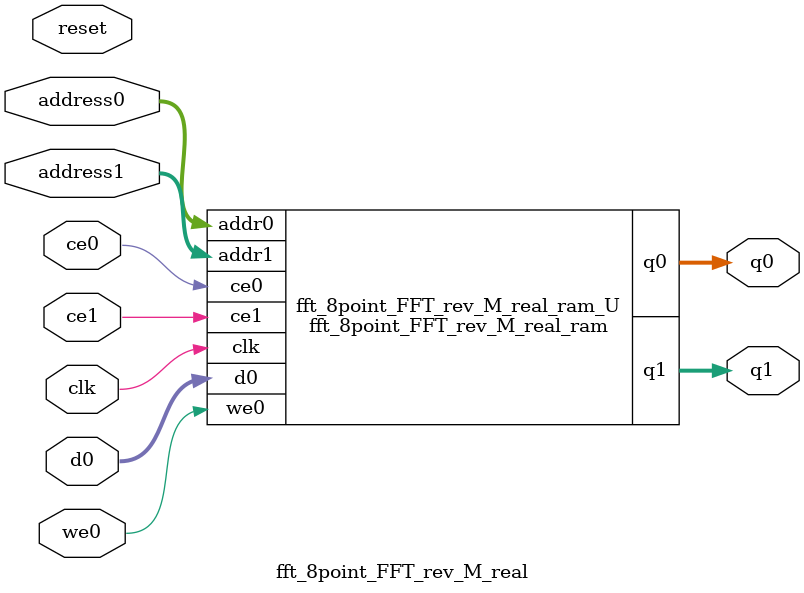
<source format=v>
`timescale 1 ns / 1 ps
module fft_8point_FFT_rev_M_real_ram (addr0, ce0, d0, we0, q0, addr1, ce1, q1,  clk);

parameter DWIDTH = 32;
parameter AWIDTH = 3;
parameter MEM_SIZE = 8;

input[AWIDTH-1:0] addr0;
input ce0;
input[DWIDTH-1:0] d0;
input we0;
output reg[DWIDTH-1:0] q0;
input[AWIDTH-1:0] addr1;
input ce1;
output reg[DWIDTH-1:0] q1;
input clk;

(* ram_style = "distributed" *)reg [DWIDTH-1:0] ram[0:MEM_SIZE-1];




always @(posedge clk)  
begin 
    if (ce0) 
    begin
        if (we0) 
        begin 
            ram[addr0] <= d0; 
        end 
        q0 <= ram[addr0];
    end
end


always @(posedge clk)  
begin 
    if (ce1) 
    begin
        q1 <= ram[addr1];
    end
end


endmodule

`timescale 1 ns / 1 ps
module fft_8point_FFT_rev_M_real(
    reset,
    clk,
    address0,
    ce0,
    we0,
    d0,
    q0,
    address1,
    ce1,
    q1);

parameter DataWidth = 32'd32;
parameter AddressRange = 32'd8;
parameter AddressWidth = 32'd3;
input reset;
input clk;
input[AddressWidth - 1:0] address0;
input ce0;
input we0;
input[DataWidth - 1:0] d0;
output[DataWidth - 1:0] q0;
input[AddressWidth - 1:0] address1;
input ce1;
output[DataWidth - 1:0] q1;



fft_8point_FFT_rev_M_real_ram fft_8point_FFT_rev_M_real_ram_U(
    .clk( clk ),
    .addr0( address0 ),
    .ce0( ce0 ),
    .we0( we0 ),
    .d0( d0 ),
    .q0( q0 ),
    .addr1( address1 ),
    .ce1( ce1 ),
    .q1( q1 ));

endmodule


</source>
